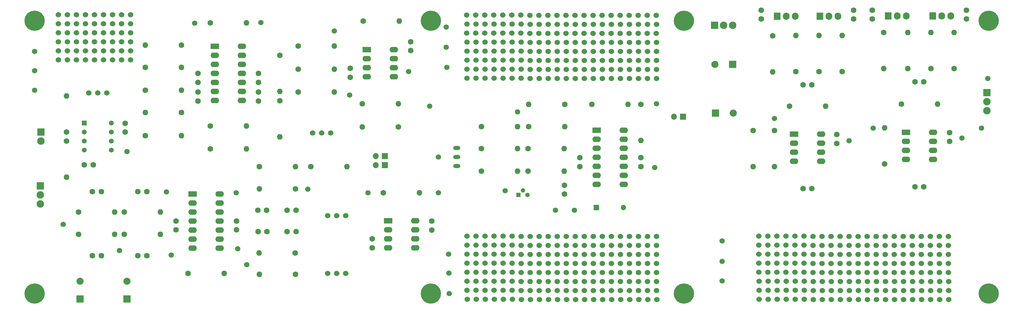
<source format=gts>
G04 #@! TF.GenerationSoftware,KiCad,Pcbnew,8.0.4*
G04 #@! TF.CreationDate,2024-09-14T23:48:03-04:00*
G04 #@! TF.ProjectId,Signal_Processing_Board,5369676e-616c-45f5-9072-6f6365737369,rev?*
G04 #@! TF.SameCoordinates,Original*
G04 #@! TF.FileFunction,Soldermask,Top*
G04 #@! TF.FilePolarity,Negative*
%FSLAX46Y46*%
G04 Gerber Fmt 4.6, Leading zero omitted, Abs format (unit mm)*
G04 Created by KiCad (PCBNEW 8.0.4) date 2024-09-14 23:48:03*
%MOMM*%
%LPD*%
G01*
G04 APERTURE LIST*
%ADD10C,1.500000*%
%ADD11C,1.524000*%
%ADD12C,5.700000*%
%ADD13R,1.700000X1.700000*%
%ADD14O,1.700000X1.700000*%
%ADD15R,2.100000X2.100000*%
%ADD16C,2.100000*%
%ADD17R,2.400000X1.600000*%
%ADD18O,2.400000X1.600000*%
%ADD19C,1.600000*%
%ADD20O,1.600000X1.600000*%
%ADD21R,1.905000X2.000000*%
%ADD22O,1.905000X2.000000*%
%ADD23R,2.000000X2.000000*%
%ADD24C,2.000000*%
%ADD25C,1.300000*%
%ADD26R,1.300000X1.300000*%
%ADD27O,2.000000X1.200000*%
%ADD28C,1.371600*%
%ADD29R,1.371600X1.371600*%
%ADD30O,1.500000X1.500000*%
%ADD31R,1.500000X1.500000*%
G04 APERTURE END LIST*
D10*
X342250000Y-136500000D03*
X317250000Y-133750000D03*
X310500000Y-137250000D03*
X289500000Y-131000000D03*
X347750000Y-133750000D03*
X349500000Y-119750000D03*
X274750000Y-176750000D03*
X274750000Y-171250000D03*
X274750000Y-165500000D03*
D11*
X290180000Y-164130000D03*
X290180000Y-169210000D03*
X290190000Y-166670000D03*
X290190000Y-171750000D03*
X290190000Y-174290000D03*
X290200000Y-176830000D03*
X290210000Y-179370000D03*
X290220000Y-181910000D03*
X307960000Y-164170000D03*
X307960000Y-169250000D03*
X307970000Y-166710000D03*
X307970000Y-171790000D03*
X307970000Y-174330000D03*
X307980000Y-176870000D03*
X307990000Y-179410000D03*
X308000000Y-181950000D03*
X323200000Y-164200000D03*
X323200000Y-169280000D03*
X323210000Y-166740000D03*
X323210000Y-171820000D03*
X323210000Y-174360000D03*
X323220000Y-176900000D03*
X323230000Y-179440000D03*
X323240000Y-181980000D03*
X338440000Y-164200000D03*
X338440000Y-169280000D03*
X338450000Y-166740000D03*
X338450000Y-171820000D03*
X338450000Y-174360000D03*
X338460000Y-176900000D03*
X338470000Y-179440000D03*
X338480000Y-181980000D03*
X292720000Y-164130000D03*
X292720000Y-169210000D03*
X292730000Y-166670000D03*
X292730000Y-171750000D03*
X292730000Y-174290000D03*
X292740000Y-176830000D03*
X292750000Y-179370000D03*
X292760000Y-181910000D03*
X310500000Y-164170000D03*
X310500000Y-169250000D03*
X310510000Y-166710000D03*
X310510000Y-171790000D03*
X310510000Y-174330000D03*
X310520000Y-176870000D03*
X310530000Y-179410000D03*
X310540000Y-181950000D03*
X325740000Y-164200000D03*
X325740000Y-169280000D03*
X325750000Y-166740000D03*
X325750000Y-171820000D03*
X325750000Y-174360000D03*
X325760000Y-176900000D03*
X325770000Y-179440000D03*
X325780000Y-181980000D03*
X295260000Y-164130000D03*
X295260000Y-169210000D03*
X295270000Y-166670000D03*
X295270000Y-171750000D03*
X295270000Y-174290000D03*
X295280000Y-176830000D03*
X295290000Y-179370000D03*
X295300000Y-181910000D03*
X313040000Y-164170000D03*
X313040000Y-169250000D03*
X313050000Y-166710000D03*
X313050000Y-171790000D03*
X313050000Y-174330000D03*
X313060000Y-176870000D03*
X313070000Y-179410000D03*
X313080000Y-181950000D03*
X328280000Y-164200000D03*
X328280000Y-169280000D03*
X328290000Y-166740000D03*
X328290000Y-171820000D03*
X328290000Y-174360000D03*
X328300000Y-176900000D03*
X328310000Y-179440000D03*
X328320000Y-181980000D03*
X287640000Y-164130000D03*
X287640000Y-169210000D03*
X287650000Y-166670000D03*
X287650000Y-171750000D03*
X287650000Y-174290000D03*
X287660000Y-176830000D03*
X287670000Y-179370000D03*
X287680000Y-181910000D03*
X305420000Y-164170000D03*
X305420000Y-169250000D03*
X305430000Y-166710000D03*
X305430000Y-171790000D03*
X305430000Y-174330000D03*
X305440000Y-176870000D03*
X305450000Y-179410000D03*
X305460000Y-181950000D03*
X320660000Y-164200000D03*
X320660000Y-169280000D03*
X320670000Y-166740000D03*
X320670000Y-171820000D03*
X320670000Y-174360000D03*
X320680000Y-176900000D03*
X320690000Y-179440000D03*
X320700000Y-181980000D03*
X335900000Y-164200000D03*
X335900000Y-169280000D03*
X335910000Y-166740000D03*
X335910000Y-171820000D03*
X335910000Y-174360000D03*
X335920000Y-176900000D03*
X335930000Y-179440000D03*
X335940000Y-181980000D03*
X297800000Y-164130000D03*
X297800000Y-169210000D03*
X297810000Y-166670000D03*
X297810000Y-171750000D03*
X297810000Y-174290000D03*
X297820000Y-176830000D03*
X297830000Y-179370000D03*
X297840000Y-181910000D03*
X315580000Y-164170000D03*
X315580000Y-169250000D03*
X315590000Y-166710000D03*
X315590000Y-171790000D03*
X315590000Y-174330000D03*
X315600000Y-176870000D03*
X315610000Y-179410000D03*
X315620000Y-181950000D03*
X330820000Y-164200000D03*
X330820000Y-169280000D03*
X330830000Y-166740000D03*
X330830000Y-171820000D03*
X330830000Y-174360000D03*
X330840000Y-176900000D03*
X330850000Y-179440000D03*
X330860000Y-181980000D03*
X285100000Y-164130000D03*
X285100000Y-169210000D03*
X285110000Y-166670000D03*
X285110000Y-171750000D03*
X285110000Y-174290000D03*
X285120000Y-176830000D03*
X285130000Y-179370000D03*
X285140000Y-181910000D03*
X300340000Y-164160000D03*
X300340000Y-169240000D03*
X300350000Y-166700000D03*
X300350000Y-171780000D03*
X300350000Y-174320000D03*
X300360000Y-176860000D03*
X300370000Y-179400000D03*
X300380000Y-181940000D03*
X302880000Y-164170000D03*
X302880000Y-169250000D03*
X302890000Y-166710000D03*
X302890000Y-171790000D03*
X302890000Y-174330000D03*
X302900000Y-176870000D03*
X302910000Y-179410000D03*
X302920000Y-181950000D03*
X318120000Y-164200000D03*
X318120000Y-169280000D03*
X318130000Y-166740000D03*
X318130000Y-171820000D03*
X318130000Y-174360000D03*
X318140000Y-176900000D03*
X318150000Y-179440000D03*
X318160000Y-181980000D03*
X333360000Y-164200000D03*
X333360000Y-169280000D03*
X333370000Y-166740000D03*
X333370000Y-171820000D03*
X333370000Y-174360000D03*
X333380000Y-176900000D03*
X333390000Y-179440000D03*
X333400000Y-181980000D03*
D12*
X349750000Y-180250000D03*
X349750000Y-103500000D03*
X264000000Y-180250000D03*
X264000000Y-103500000D03*
D13*
X263745000Y-130500000D03*
D14*
X261205000Y-130500000D03*
D15*
X349250000Y-123710000D03*
D16*
X349250000Y-126250000D03*
X349250000Y-128790000D03*
D17*
X294940000Y-135440000D03*
D18*
X294940000Y-137980000D03*
X294940000Y-140520000D03*
X294940000Y-143060000D03*
X302560000Y-143060000D03*
X302560000Y-140520000D03*
X302560000Y-137980000D03*
X302560000Y-135440000D03*
X334060000Y-134880000D03*
X334060000Y-137420000D03*
X334060000Y-139960000D03*
X334060000Y-142500000D03*
X326440000Y-142500000D03*
X326440000Y-139960000D03*
X326440000Y-137420000D03*
D17*
X326440000Y-134880000D03*
D19*
X283500000Y-134420000D03*
D20*
X283500000Y-144580000D03*
D19*
X293670000Y-127500000D03*
D20*
X303830000Y-127500000D03*
D19*
X289500000Y-134420000D03*
D20*
X289500000Y-144580000D03*
D19*
X308500000Y-117830000D03*
D20*
X308500000Y-107670000D03*
D19*
X302000000Y-117830000D03*
D20*
X302000000Y-107670000D03*
D19*
X295500000Y-117830000D03*
D20*
X295500000Y-107670000D03*
D19*
X289000000Y-107690000D03*
D20*
X289000000Y-117850000D03*
D19*
X320500000Y-143770000D03*
D20*
X320500000Y-133610000D03*
D19*
X325170000Y-126940000D03*
D20*
X335330000Y-126940000D03*
D19*
X340000000Y-116940000D03*
D20*
X340000000Y-106780000D03*
D19*
X333500000Y-116940000D03*
D20*
X333500000Y-106780000D03*
D19*
X320250000Y-106780000D03*
D20*
X320250000Y-116940000D03*
D19*
X327000000Y-116940000D03*
D20*
X327000000Y-106780000D03*
D21*
X302290000Y-102195000D03*
D22*
X304830000Y-102195000D03*
X307370000Y-102195000D03*
D21*
X290250000Y-102195000D03*
D22*
X292790000Y-102195000D03*
X295330000Y-102195000D03*
X339080000Y-102140000D03*
X336540000Y-102140000D03*
D21*
X334000000Y-102140000D03*
D22*
X326540000Y-102135000D03*
X324000000Y-102135000D03*
D21*
X321460000Y-102135000D03*
D15*
X272670000Y-104750000D03*
D16*
X275210000Y-104750000D03*
X277750000Y-104750000D03*
D19*
X311750000Y-103000000D03*
X311750000Y-100500000D03*
X285750000Y-103000000D03*
X285750000Y-100500000D03*
X343500000Y-103000000D03*
X343500000Y-100500000D03*
X317000000Y-103000000D03*
X317000000Y-100500000D03*
X329000000Y-150190000D03*
X331500000Y-150190000D03*
X338750000Y-137440000D03*
X338750000Y-134940000D03*
X297500000Y-150750000D03*
X300000000Y-150750000D03*
X307000000Y-138000000D03*
X307000000Y-135500000D03*
X297500000Y-121500000D03*
X300000000Y-121500000D03*
X331500000Y-120690000D03*
X329000000Y-120690000D03*
D23*
X272882323Y-129500000D03*
D24*
X277882323Y-129500000D03*
D23*
X277750000Y-115750000D03*
D24*
X272750000Y-115750000D03*
D10*
X89330000Y-160828536D03*
D25*
X219925000Y-152523536D03*
X218655000Y-151253536D03*
D26*
X217385000Y-152523536D03*
D19*
X176260000Y-167388536D03*
X176260000Y-164888536D03*
D20*
X165610000Y-110578536D03*
D19*
X155450000Y-110578536D03*
D20*
X217155000Y-133273536D03*
D19*
X206995000Y-133273536D03*
D20*
X217155000Y-145773536D03*
D19*
X206995000Y-145773536D03*
X97570000Y-169578536D03*
X100070000Y-169578536D03*
D20*
X90280000Y-147488536D03*
D19*
X90280000Y-137328536D03*
D10*
X192430000Y-127528536D03*
X107280000Y-140328536D03*
D19*
X152320000Y-162828536D03*
X154820000Y-162828536D03*
D20*
X144450000Y-168828536D03*
D19*
X154610000Y-168828536D03*
D20*
X173450000Y-133328536D03*
D19*
X183610000Y-133328536D03*
D12*
X192750000Y-103500000D03*
D19*
X100070000Y-151578536D03*
X97570000Y-151578536D03*
D10*
X81280000Y-123078536D03*
D11*
X251200000Y-119728536D03*
X251190000Y-117188536D03*
X251180000Y-114648536D03*
X251170000Y-112108536D03*
X251170000Y-109568536D03*
X251170000Y-104488536D03*
X251160000Y-107028536D03*
X251160000Y-101948536D03*
X235960000Y-119728536D03*
X235950000Y-117188536D03*
X235940000Y-114648536D03*
X235930000Y-112108536D03*
X235930000Y-109568536D03*
X235930000Y-104488536D03*
X235920000Y-107028536D03*
X235920000Y-101948536D03*
X220720000Y-119698536D03*
X220710000Y-117158536D03*
X220700000Y-114618536D03*
X220690000Y-112078536D03*
X220690000Y-109538536D03*
X220690000Y-104458536D03*
X220680000Y-106998536D03*
X220680000Y-101918536D03*
X218180000Y-119688536D03*
X218170000Y-117148536D03*
X218160000Y-114608536D03*
X218150000Y-112068536D03*
X218150000Y-109528536D03*
X218150000Y-104448536D03*
X218140000Y-106988536D03*
X218140000Y-101908536D03*
X202940000Y-119658536D03*
X202930000Y-117118536D03*
X202920000Y-114578536D03*
X202910000Y-112038536D03*
X202910000Y-109498536D03*
X202910000Y-104418536D03*
X202900000Y-106958536D03*
X202900000Y-101878536D03*
X248660000Y-119728536D03*
X248650000Y-117188536D03*
X248640000Y-114648536D03*
X248630000Y-112108536D03*
X248630000Y-109568536D03*
X248630000Y-104488536D03*
X248620000Y-107028536D03*
X248620000Y-101948536D03*
X233420000Y-119698536D03*
X233410000Y-117158536D03*
X233400000Y-114618536D03*
X233390000Y-112078536D03*
X233390000Y-109538536D03*
X233390000Y-104458536D03*
X233380000Y-106998536D03*
X233380000Y-101918536D03*
X215640000Y-119658536D03*
X215630000Y-117118536D03*
X215620000Y-114578536D03*
X215610000Y-112038536D03*
X215610000Y-109498536D03*
X215610000Y-104418536D03*
X215600000Y-106958536D03*
X215600000Y-101878536D03*
X253740000Y-119728536D03*
X253730000Y-117188536D03*
X253720000Y-114648536D03*
X253710000Y-112108536D03*
X253710000Y-109568536D03*
X253710000Y-104488536D03*
X253700000Y-107028536D03*
X253700000Y-101948536D03*
X238500000Y-119728536D03*
X238490000Y-117188536D03*
X238480000Y-114648536D03*
X238470000Y-112108536D03*
X238470000Y-109568536D03*
X238470000Y-104488536D03*
X238460000Y-107028536D03*
X238460000Y-101948536D03*
X223260000Y-119698536D03*
X223250000Y-117158536D03*
X223240000Y-114618536D03*
X223230000Y-112078536D03*
X223230000Y-109538536D03*
X223230000Y-104458536D03*
X223220000Y-106998536D03*
X223220000Y-101918536D03*
X205480000Y-119658536D03*
X205470000Y-117118536D03*
X205460000Y-114578536D03*
X205450000Y-112038536D03*
X205450000Y-109498536D03*
X205450000Y-104418536D03*
X205440000Y-106958536D03*
X205440000Y-101878536D03*
X246120000Y-119728536D03*
X246110000Y-117188536D03*
X246100000Y-114648536D03*
X246090000Y-112108536D03*
X246090000Y-109568536D03*
X246090000Y-104488536D03*
X246080000Y-107028536D03*
X246080000Y-101948536D03*
X230880000Y-119698536D03*
X230870000Y-117158536D03*
X230860000Y-114618536D03*
X230850000Y-112078536D03*
X230850000Y-109538536D03*
X230850000Y-104458536D03*
X230840000Y-106998536D03*
X230840000Y-101918536D03*
X213100000Y-119658536D03*
X213090000Y-117118536D03*
X213080000Y-114578536D03*
X213070000Y-112038536D03*
X213070000Y-109498536D03*
X213070000Y-104418536D03*
X213060000Y-106958536D03*
X213060000Y-101878536D03*
X243580000Y-119728536D03*
X243570000Y-117188536D03*
X243560000Y-114648536D03*
X243550000Y-112108536D03*
X243550000Y-109568536D03*
X243550000Y-104488536D03*
X243540000Y-107028536D03*
X243540000Y-101948536D03*
X228340000Y-119698536D03*
X228330000Y-117158536D03*
X228320000Y-114618536D03*
X228310000Y-112078536D03*
X228310000Y-109538536D03*
X228310000Y-104458536D03*
X228300000Y-106998536D03*
X228300000Y-101918536D03*
X210560000Y-119658536D03*
X210550000Y-117118536D03*
X210540000Y-114578536D03*
X210530000Y-112038536D03*
X210530000Y-109498536D03*
X210530000Y-104418536D03*
X210520000Y-106958536D03*
X210520000Y-101878536D03*
X256280000Y-119728536D03*
X256270000Y-117188536D03*
X256260000Y-114648536D03*
X256250000Y-112108536D03*
X256250000Y-109568536D03*
X256250000Y-104488536D03*
X256240000Y-107028536D03*
X256240000Y-101948536D03*
X241040000Y-119728536D03*
X241030000Y-117188536D03*
X241020000Y-114648536D03*
X241010000Y-112108536D03*
X241010000Y-109568536D03*
X241010000Y-104488536D03*
X241000000Y-107028536D03*
X241000000Y-101948536D03*
X225800000Y-119698536D03*
X225790000Y-117158536D03*
X225780000Y-114618536D03*
X225770000Y-112078536D03*
X225770000Y-109538536D03*
X225770000Y-104458536D03*
X225760000Y-106998536D03*
X225760000Y-101918536D03*
X208020000Y-119658536D03*
X208010000Y-117118536D03*
X208000000Y-114578536D03*
X207990000Y-112038536D03*
X207990000Y-109498536D03*
X207990000Y-104418536D03*
X207980000Y-106958536D03*
X207980000Y-101878536D03*
D19*
X121070000Y-159828536D03*
X121070000Y-162328536D03*
D10*
X118330000Y-151628536D03*
D20*
X169150000Y-144578536D03*
D19*
X158990000Y-144578536D03*
D20*
X150280000Y-136158536D03*
D19*
X150280000Y-125998536D03*
D27*
X200030000Y-139288536D03*
X200030000Y-141828536D03*
X200030000Y-144368536D03*
D10*
X197120000Y-105228536D03*
D20*
X183860000Y-103578536D03*
D19*
X173700000Y-103578536D03*
D14*
X177315000Y-144153536D03*
D13*
X179855000Y-144153536D03*
D20*
X112450000Y-129328536D03*
D19*
X122610000Y-129328536D03*
D10*
X186530000Y-117828536D03*
D20*
X122610000Y-135828536D03*
D19*
X112450000Y-135828536D03*
D10*
X140930000Y-172128536D03*
X138030000Y-151928536D03*
D20*
X230315000Y-139423536D03*
D19*
X220155000Y-139423536D03*
X127280000Y-126078536D03*
X127280000Y-123578536D03*
D20*
X165610000Y-117078536D03*
D19*
X155450000Y-117078536D03*
D11*
X168860000Y-174578536D03*
X166320000Y-174578536D03*
X163780000Y-174578536D03*
D19*
X251905000Y-144523536D03*
X251905000Y-142023536D03*
D24*
X107280000Y-176828536D03*
D23*
X107280000Y-181828536D03*
D10*
X81280000Y-112078536D03*
D20*
X140860000Y-139578536D03*
D19*
X130700000Y-139578536D03*
D10*
X197870000Y-174488536D03*
D18*
X133320000Y-152288536D03*
X133320000Y-154828536D03*
X133320000Y-157368536D03*
X133320000Y-159908536D03*
X133320000Y-162448536D03*
X133320000Y-164988536D03*
X133320000Y-167528536D03*
X125700000Y-167528536D03*
X125700000Y-164988536D03*
X125700000Y-162448536D03*
X125700000Y-159908536D03*
X125700000Y-157368536D03*
X125700000Y-154828536D03*
D17*
X125700000Y-152288536D03*
D19*
X230405000Y-152273536D03*
X230405000Y-149773536D03*
D10*
X169930000Y-124428536D03*
D20*
X112450000Y-110328536D03*
D19*
X122610000Y-110328536D03*
D20*
X230465000Y-133273536D03*
D19*
X220305000Y-133273536D03*
D12*
X81250000Y-103500000D03*
D20*
X90280000Y-124668536D03*
D19*
X90280000Y-134828536D03*
D10*
X119730000Y-169428536D03*
X158130000Y-150928536D03*
D28*
X102840000Y-132268536D03*
X102840000Y-134808536D03*
X102840000Y-137348536D03*
X102840000Y-139888536D03*
X95220000Y-139888536D03*
X95220000Y-137348536D03*
X95220000Y-134808536D03*
D29*
X95220000Y-132268536D03*
D11*
X251250000Y-181978536D03*
X251240000Y-179438536D03*
X251230000Y-176898536D03*
X251220000Y-174358536D03*
X251220000Y-171818536D03*
X251220000Y-166738536D03*
X251210000Y-169278536D03*
X251210000Y-164198536D03*
X236010000Y-181978536D03*
X236000000Y-179438536D03*
X235990000Y-176898536D03*
X235980000Y-174358536D03*
X235980000Y-171818536D03*
X235980000Y-166738536D03*
X235970000Y-169278536D03*
X235970000Y-164198536D03*
X220770000Y-181948536D03*
X220760000Y-179408536D03*
X220750000Y-176868536D03*
X220740000Y-174328536D03*
X220740000Y-171788536D03*
X220740000Y-166708536D03*
X220730000Y-169248536D03*
X220730000Y-164168536D03*
X218230000Y-181938536D03*
X218220000Y-179398536D03*
X218210000Y-176858536D03*
X218200000Y-174318536D03*
X218200000Y-171778536D03*
X218200000Y-166698536D03*
X218190000Y-169238536D03*
X218190000Y-164158536D03*
X202990000Y-181908536D03*
X202980000Y-179368536D03*
X202970000Y-176828536D03*
X202960000Y-174288536D03*
X202960000Y-171748536D03*
X202960000Y-166668536D03*
X202950000Y-169208536D03*
X202950000Y-164128536D03*
X248710000Y-181978536D03*
X248700000Y-179438536D03*
X248690000Y-176898536D03*
X248680000Y-174358536D03*
X248680000Y-171818536D03*
X248680000Y-166738536D03*
X248670000Y-169278536D03*
X248670000Y-164198536D03*
X233470000Y-181948536D03*
X233460000Y-179408536D03*
X233450000Y-176868536D03*
X233440000Y-174328536D03*
X233440000Y-171788536D03*
X233440000Y-166708536D03*
X233430000Y-169248536D03*
X233430000Y-164168536D03*
X215690000Y-181908536D03*
X215680000Y-179368536D03*
X215670000Y-176828536D03*
X215660000Y-174288536D03*
X215660000Y-171748536D03*
X215660000Y-166668536D03*
X215650000Y-169208536D03*
X215650000Y-164128536D03*
X253790000Y-181978536D03*
X253780000Y-179438536D03*
X253770000Y-176898536D03*
X253760000Y-174358536D03*
X253760000Y-171818536D03*
X253760000Y-166738536D03*
X253750000Y-169278536D03*
X253750000Y-164198536D03*
X238550000Y-181978536D03*
X238540000Y-179438536D03*
X238530000Y-176898536D03*
X238520000Y-174358536D03*
X238520000Y-171818536D03*
X238520000Y-166738536D03*
X238510000Y-169278536D03*
X238510000Y-164198536D03*
X223310000Y-181948536D03*
X223300000Y-179408536D03*
X223290000Y-176868536D03*
X223280000Y-174328536D03*
X223280000Y-171788536D03*
X223280000Y-166708536D03*
X223270000Y-169248536D03*
X223270000Y-164168536D03*
X205530000Y-181908536D03*
X205520000Y-179368536D03*
X205510000Y-176828536D03*
X205500000Y-174288536D03*
X205500000Y-171748536D03*
X205500000Y-166668536D03*
X205490000Y-169208536D03*
X205490000Y-164128536D03*
X246170000Y-181978536D03*
X246160000Y-179438536D03*
X246150000Y-176898536D03*
X246140000Y-174358536D03*
X246140000Y-171818536D03*
X246140000Y-166738536D03*
X246130000Y-169278536D03*
X246130000Y-164198536D03*
X230930000Y-181948536D03*
X230920000Y-179408536D03*
X230910000Y-176868536D03*
X230900000Y-174328536D03*
X230900000Y-171788536D03*
X230900000Y-166708536D03*
X230890000Y-169248536D03*
X230890000Y-164168536D03*
X213150000Y-181908536D03*
X213140000Y-179368536D03*
X213130000Y-176828536D03*
X213120000Y-174288536D03*
X213120000Y-171748536D03*
X213120000Y-166668536D03*
X213110000Y-169208536D03*
X213110000Y-164128536D03*
X243630000Y-181978536D03*
X243620000Y-179438536D03*
X243610000Y-176898536D03*
X243600000Y-174358536D03*
X243600000Y-171818536D03*
X243600000Y-166738536D03*
X243590000Y-169278536D03*
X243590000Y-164198536D03*
X228390000Y-181948536D03*
X228380000Y-179408536D03*
X228370000Y-176868536D03*
X228360000Y-174328536D03*
X228360000Y-171788536D03*
X228360000Y-166708536D03*
X228350000Y-169248536D03*
X228350000Y-164168536D03*
X210610000Y-181908536D03*
X210600000Y-179368536D03*
X210590000Y-176828536D03*
X210580000Y-174288536D03*
X210580000Y-171748536D03*
X210580000Y-166668536D03*
X210570000Y-169208536D03*
X210570000Y-164128536D03*
X256330000Y-181978536D03*
X256320000Y-179438536D03*
X256310000Y-176898536D03*
X256300000Y-174358536D03*
X256300000Y-171818536D03*
X256300000Y-166738536D03*
X256290000Y-169278536D03*
X256290000Y-164198536D03*
X241090000Y-181978536D03*
X241080000Y-179438536D03*
X241070000Y-176898536D03*
X241060000Y-174358536D03*
X241060000Y-171818536D03*
X241060000Y-166738536D03*
X241050000Y-169278536D03*
X241050000Y-164198536D03*
X225850000Y-181948536D03*
X225840000Y-179408536D03*
X225830000Y-176868536D03*
X225820000Y-174328536D03*
X225820000Y-171788536D03*
X225820000Y-166708536D03*
X225810000Y-169248536D03*
X225810000Y-164168536D03*
X208070000Y-181908536D03*
X208060000Y-179368536D03*
X208050000Y-176828536D03*
X208040000Y-174288536D03*
X208040000Y-171748536D03*
X208040000Y-166668536D03*
X208030000Y-169208536D03*
X208030000Y-164128536D03*
D19*
X170090000Y-119388536D03*
X170090000Y-116888536D03*
D20*
X116650000Y-157328536D03*
D19*
X106490000Y-157328536D03*
D11*
X101610000Y-123828536D03*
X99070000Y-123828536D03*
X96530000Y-123828536D03*
D19*
X106780000Y-132328536D03*
X106780000Y-134828536D03*
D20*
X230315000Y-145773536D03*
D19*
X220155000Y-145773536D03*
D10*
X233205000Y-156803536D03*
X197250000Y-116578536D03*
D20*
X251905000Y-137203536D03*
D19*
X251905000Y-127043536D03*
X112820000Y-151578536D03*
X110320000Y-151578536D03*
D18*
X139590000Y-110708536D03*
X139590000Y-113248536D03*
X139590000Y-115788536D03*
X139590000Y-118328536D03*
X139590000Y-120868536D03*
X139590000Y-123408536D03*
X139590000Y-125948536D03*
X131970000Y-125948536D03*
X131970000Y-123408536D03*
X131970000Y-120868536D03*
X131970000Y-118328536D03*
X131970000Y-115788536D03*
X131970000Y-113248536D03*
D17*
X131970000Y-110708536D03*
D19*
X112820000Y-169578536D03*
X110320000Y-169578536D03*
D20*
X144490000Y-150828536D03*
D19*
X154650000Y-150828536D03*
X127280000Y-118328536D03*
X127280000Y-120828536D03*
D11*
X164610000Y-135078536D03*
X162070000Y-135078536D03*
X159530000Y-135078536D03*
D10*
X217130000Y-129128536D03*
D20*
X140860000Y-104078536D03*
D19*
X130700000Y-104078536D03*
D10*
X165630000Y-106328536D03*
D18*
X247025000Y-134323536D03*
X247025000Y-136863536D03*
X247025000Y-139403536D03*
X247025000Y-141943536D03*
X247025000Y-144483536D03*
X247025000Y-147023536D03*
X247025000Y-149563536D03*
X239405000Y-149563536D03*
X239405000Y-147023536D03*
X239405000Y-144483536D03*
X239405000Y-141943536D03*
X239405000Y-139403536D03*
X239405000Y-136863536D03*
D17*
X239405000Y-134323536D03*
D11*
X168860000Y-158328536D03*
X166320000Y-158328536D03*
X163780000Y-158328536D03*
D19*
X144150000Y-162828536D03*
X146650000Y-162828536D03*
D20*
X183610000Y-126828536D03*
D19*
X173450000Y-126828536D03*
D18*
X182400000Y-111578536D03*
X182400000Y-114118536D03*
X182400000Y-116658536D03*
X182400000Y-119198536D03*
X174780000Y-119198536D03*
X174780000Y-116658536D03*
X174780000Y-114118536D03*
D17*
X174780000Y-111578536D03*
D20*
X140860000Y-133078536D03*
D19*
X130700000Y-133078536D03*
D10*
X194930000Y-151928536D03*
D19*
X152320000Y-156828536D03*
X154820000Y-156828536D03*
D10*
X256280000Y-126828536D03*
D16*
X83030000Y-137328536D03*
D15*
X83030000Y-134788536D03*
D20*
X165610000Y-123578536D03*
D19*
X155450000Y-123578536D03*
D10*
X197130000Y-110908536D03*
D20*
X122610000Y-116578536D03*
D19*
X112450000Y-116578536D03*
D10*
X81280000Y-117578536D03*
X175130000Y-151928536D03*
D20*
X220325000Y-127023536D03*
D19*
X230485000Y-127023536D03*
D20*
X122610000Y-123078536D03*
D19*
X112450000Y-123078536D03*
D11*
X98140000Y-114528536D03*
X98130000Y-111988536D03*
X98130000Y-109448536D03*
X98130000Y-104368536D03*
X98120000Y-106908536D03*
X98120000Y-101828536D03*
X95600000Y-114518536D03*
X95590000Y-111978536D03*
X95590000Y-109438536D03*
X95590000Y-104358536D03*
X95580000Y-106898536D03*
X95580000Y-101818536D03*
X93060000Y-114488536D03*
X93050000Y-111948536D03*
X93050000Y-109408536D03*
X93050000Y-104328536D03*
X93040000Y-106868536D03*
X93040000Y-101788536D03*
X100680000Y-114528536D03*
X100670000Y-111988536D03*
X100670000Y-109448536D03*
X100670000Y-104368536D03*
X100660000Y-106908536D03*
X100660000Y-101828536D03*
X108300000Y-114528536D03*
X108290000Y-111988536D03*
X108290000Y-109448536D03*
X108290000Y-104368536D03*
X108280000Y-106908536D03*
X108280000Y-101828536D03*
X90520000Y-114488536D03*
X90510000Y-111948536D03*
X90510000Y-109408536D03*
X90510000Y-104328536D03*
X90500000Y-106868536D03*
X90500000Y-101788536D03*
X105760000Y-114528536D03*
X105750000Y-111988536D03*
X105750000Y-109448536D03*
X105750000Y-104368536D03*
X105740000Y-106908536D03*
X105740000Y-101828536D03*
X87980000Y-114488536D03*
X87970000Y-111948536D03*
X87970000Y-109408536D03*
X87970000Y-104328536D03*
X87960000Y-106868536D03*
X87960000Y-101788536D03*
X103220000Y-114528536D03*
X103210000Y-111988536D03*
X103210000Y-109448536D03*
X103210000Y-104368536D03*
X103200000Y-106908536D03*
X103200000Y-101828536D03*
D19*
X97780000Y-144078536D03*
X95280000Y-144078536D03*
X193010000Y-162388536D03*
X193010000Y-159888536D03*
X144280000Y-126078536D03*
X144280000Y-123578536D03*
D20*
X150280000Y-123408536D03*
D19*
X150280000Y-113248536D03*
D24*
X94030000Y-176828536D03*
D23*
X94030000Y-181828536D03*
D19*
X144280000Y-118328536D03*
X144280000Y-120828536D03*
D18*
X188380000Y-159768536D03*
X188380000Y-162308536D03*
X188380000Y-164848536D03*
X188380000Y-167388536D03*
X180760000Y-167388536D03*
X180760000Y-164848536D03*
X180760000Y-162308536D03*
D17*
X180760000Y-159768536D03*
D10*
X213730000Y-151328536D03*
D12*
X192750000Y-180250000D03*
D19*
X187090000Y-111888536D03*
X187090000Y-109388536D03*
D20*
X189590000Y-151888536D03*
D19*
X179430000Y-151888536D03*
D10*
X227830000Y-156828536D03*
D20*
X103820000Y-163578536D03*
D19*
X93660000Y-163578536D03*
D20*
X103820000Y-157328536D03*
D19*
X93660000Y-157328536D03*
D10*
X138430000Y-167628536D03*
D20*
X116650000Y-163578536D03*
D19*
X106490000Y-163578536D03*
D20*
X217155000Y-139423536D03*
D19*
X206995000Y-139423536D03*
D12*
X81250000Y-180250000D03*
D30*
X246960000Y-156023536D03*
D31*
X239340000Y-156023536D03*
D14*
X177315000Y-141553536D03*
D13*
X179855000Y-141553536D03*
D20*
X248235000Y-127023536D03*
D19*
X238075000Y-127023536D03*
D10*
X144930000Y-104028536D03*
D16*
X82920000Y-155068536D03*
X82920000Y-152528536D03*
D15*
X82920000Y-149988536D03*
D20*
X154650000Y-144578536D03*
D19*
X144490000Y-144578536D03*
D10*
X126330000Y-104128536D03*
D19*
X138070000Y-162328536D03*
X138070000Y-159828536D03*
D10*
X197920000Y-180248536D03*
X194905000Y-141853536D03*
X197800000Y-169168536D03*
D20*
X144490000Y-174828536D03*
D19*
X154650000Y-174828536D03*
D10*
X255780000Y-144828536D03*
D19*
X144070000Y-156828536D03*
X146570000Y-156828536D03*
X234655000Y-144523536D03*
X234655000Y-142023536D03*
D20*
X134650000Y-174578536D03*
D19*
X124490000Y-174578536D03*
D10*
X105130000Y-168128536D03*
M02*

</source>
